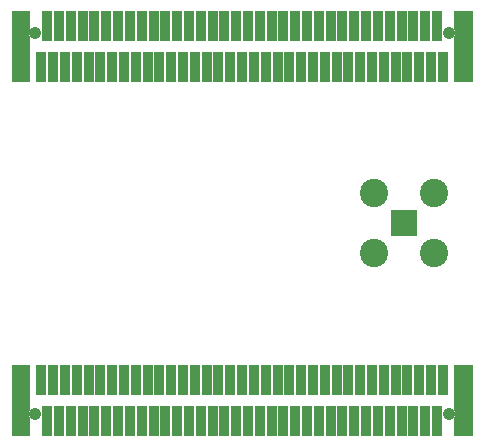
<source format=gbs>
G04*
G04 #@! TF.GenerationSoftware,Altium Limited,Altium Designer,24.6.1 (21)*
G04*
G04 Layer_Color=16711935*
%FSLAX44Y44*%
%MOMM*%
G71*
G04*
G04 #@! TF.SameCoordinates,A60324F7-5EA5-4536-B251-014C174E4282*
G04*
G04*
G04 #@! TF.FilePolarity,Negative*
G04*
G01*
G75*
%ADD21C,2.4000*%
%ADD22R,2.2000X2.2000*%
%ADD23C,1.0400*%
%ADD34R,0.8100X2.6100*%
G36*
X-195200Y-180250D02*
X-179200D01*
Y-164550D01*
X-179310Y-164430D01*
X-179390Y-164340D01*
X-179470Y-164230D01*
X-179550Y-164130D01*
X-179630Y-164030D01*
X-179700Y-163920D01*
X-179770Y-163810D01*
X-179840Y-163700D01*
X-179910Y-163590D01*
X-179970Y-163480D01*
X-180030Y-163360D01*
X-180090Y-163240D01*
X-180140Y-163120D01*
X-180190Y-163000D01*
X-180240Y-162880D01*
X-180280Y-162760D01*
X-180320Y-162640D01*
X-180360Y-162510D01*
X-180390Y-162390D01*
X-180420Y-162260D01*
X-180450Y-162130D01*
X-180480Y-162010D01*
X-180500Y-161880D01*
X-180520Y-161750D01*
X-180530Y-161620D01*
X-180540Y-161490D01*
X-180550Y-161360D01*
Y-161230D01*
Y-161100D01*
Y-161000D01*
Y-160900D01*
Y-160770D01*
Y-160640D01*
X-180540Y-160510D01*
X-180530Y-160380D01*
X-180520Y-160250D01*
X-180500Y-160120D01*
X-180480Y-159990D01*
X-180450Y-159870D01*
X-180420Y-159740D01*
X-180390Y-159610D01*
X-180360Y-159490D01*
X-180320Y-159360D01*
X-180280Y-159240D01*
X-180240Y-159120D01*
X-180190Y-159000D01*
X-180140Y-158880D01*
X-180090Y-158760D01*
X-180030Y-158640D01*
X-179970Y-158520D01*
X-179910Y-158410D01*
X-179840Y-158300D01*
X-179770Y-158190D01*
X-179700Y-158080D01*
X-179630Y-157970D01*
X-179550Y-157870D01*
X-179470Y-157770D01*
X-179390Y-157660D01*
X-179310Y-157570D01*
X-179200Y-157450D01*
Y-119750D01*
X-195200D01*
Y-180250D01*
D02*
G37*
G36*
X-179200Y157450D02*
X-179310Y157570D01*
X-179390Y157660D01*
X-179470Y157770D01*
X-179550Y157870D01*
X-179630Y157970D01*
X-179700Y158080D01*
X-179770Y158190D01*
X-179840Y158300D01*
X-179910Y158410D01*
X-179970Y158520D01*
X-180030Y158640D01*
X-180090Y158760D01*
X-180140Y158880D01*
X-180190Y159000D01*
X-180240Y159120D01*
X-180280Y159240D01*
X-180320Y159360D01*
X-180360Y159490D01*
X-180390Y159610D01*
X-180420Y159740D01*
X-180450Y159870D01*
X-180480Y159990D01*
X-180500Y160120D01*
X-180520Y160250D01*
X-180530Y160380D01*
X-180540Y160510D01*
X-180550Y160640D01*
Y160770D01*
Y160900D01*
Y161000D01*
Y161100D01*
Y161230D01*
Y161360D01*
X-180540Y161490D01*
X-180530Y161620D01*
X-180520Y161750D01*
X-180500Y161880D01*
X-180480Y162010D01*
X-180450Y162130D01*
X-180420Y162260D01*
X-180390Y162390D01*
X-180360Y162510D01*
X-180320Y162640D01*
X-180280Y162760D01*
X-180240Y162880D01*
X-180190Y163000D01*
X-180140Y163120D01*
X-180090Y163240D01*
X-180030Y163360D01*
X-179970Y163480D01*
X-179910Y163590D01*
X-179840Y163700D01*
X-179770Y163810D01*
X-179700Y163920D01*
X-179630Y164030D01*
X-179550Y164130D01*
X-179470Y164230D01*
X-179390Y164340D01*
X-179310Y164430D01*
X-179200Y164550D01*
Y180250D01*
X-195200D01*
Y119750D01*
X-179200D01*
Y157450D01*
D02*
G37*
G36*
X179200Y-157450D02*
X179310Y-157570D01*
X179390Y-157660D01*
X179470Y-157770D01*
X179550Y-157870D01*
X179630Y-157970D01*
X179700Y-158080D01*
X179770Y-158190D01*
X179840Y-158300D01*
X179910Y-158410D01*
X179970Y-158520D01*
X180030Y-158640D01*
X180090Y-158760D01*
X180140Y-158880D01*
X180190Y-159000D01*
X180240Y-159120D01*
X180280Y-159240D01*
X180320Y-159360D01*
X180360Y-159490D01*
X180390Y-159610D01*
X180420Y-159740D01*
X180450Y-159870D01*
X180480Y-159990D01*
X180500Y-160120D01*
X180520Y-160250D01*
X180530Y-160380D01*
X180540Y-160510D01*
X180550Y-160640D01*
Y-160770D01*
Y-160900D01*
Y-161000D01*
Y-161100D01*
Y-161230D01*
Y-161360D01*
X180540Y-161490D01*
X180530Y-161620D01*
X180520Y-161750D01*
X180500Y-161880D01*
X180480Y-162010D01*
X180450Y-162130D01*
X180420Y-162260D01*
X180390Y-162390D01*
X180360Y-162510D01*
X180320Y-162640D01*
X180280Y-162760D01*
X180240Y-162880D01*
X180190Y-163000D01*
X180140Y-163120D01*
X180090Y-163240D01*
X180030Y-163360D01*
X179970Y-163480D01*
X179910Y-163590D01*
X179840Y-163700D01*
X179770Y-163810D01*
X179700Y-163920D01*
X179630Y-164030D01*
X179550Y-164130D01*
X179470Y-164230D01*
X179390Y-164340D01*
X179310Y-164430D01*
X179200Y-164550D01*
Y-180250D01*
X195200D01*
Y-119750D01*
X179200D01*
Y-157450D01*
D02*
G37*
G36*
X195200Y180250D02*
X179200D01*
Y164550D01*
X179310Y164430D01*
X179390Y164340D01*
X179470Y164230D01*
X179550Y164130D01*
X179630Y164030D01*
X179700Y163920D01*
X179770Y163810D01*
X179840Y163700D01*
X179910Y163590D01*
X179970Y163480D01*
X180030Y163360D01*
X180090Y163240D01*
X180140Y163120D01*
X180190Y163000D01*
X180240Y162880D01*
X180280Y162760D01*
X180320Y162640D01*
X180360Y162510D01*
X180390Y162390D01*
X180420Y162260D01*
X180450Y162130D01*
X180480Y162010D01*
X180500Y161880D01*
X180520Y161750D01*
X180530Y161620D01*
X180540Y161490D01*
X180550Y161360D01*
Y161230D01*
Y161100D01*
Y161000D01*
Y160900D01*
Y160770D01*
Y160640D01*
X180540Y160510D01*
X180530Y160380D01*
X180520Y160250D01*
X180500Y160120D01*
X180480Y159990D01*
X180450Y159870D01*
X180420Y159740D01*
X180390Y159610D01*
X180360Y159490D01*
X180320Y159360D01*
X180280Y159240D01*
X180240Y159120D01*
X180190Y159000D01*
X180140Y158880D01*
X180090Y158760D01*
X180030Y158640D01*
X179970Y158520D01*
X179910Y158410D01*
X179840Y158300D01*
X179770Y158190D01*
X179700Y158080D01*
X179630Y157970D01*
X179550Y157870D01*
X179470Y157770D01*
X179390Y157660D01*
X179310Y157570D01*
X179200Y157450D01*
Y119750D01*
X195200D01*
Y180250D01*
D02*
G37*
D21*
X162400Y-25400D02*
D03*
X111600D02*
D03*
Y25400D02*
D03*
X162400D02*
D03*
D22*
X137000Y0D02*
D03*
D23*
X175260Y-161000D02*
D03*
X-175260D02*
D03*
Y161000D02*
D03*
X175260D02*
D03*
D34*
X170000Y-132800D02*
D03*
X165000Y-167200D02*
D03*
X160000Y-132800D02*
D03*
X155000Y-167200D02*
D03*
X150000Y-132800D02*
D03*
X145000Y-167200D02*
D03*
X140000Y-132800D02*
D03*
X135000Y-167200D02*
D03*
X130000Y-132800D02*
D03*
X125000Y-167200D02*
D03*
X120000Y-132800D02*
D03*
X115000Y-167200D02*
D03*
X110000Y-132800D02*
D03*
X105000Y-167200D02*
D03*
X100000Y-132800D02*
D03*
X95000Y-167200D02*
D03*
X90000Y-132800D02*
D03*
X85000Y-167200D02*
D03*
X80000Y-132800D02*
D03*
X75000Y-167200D02*
D03*
X70000Y-132800D02*
D03*
X65000Y-167200D02*
D03*
X60000Y-132800D02*
D03*
X55000Y-167200D02*
D03*
X50000Y-132800D02*
D03*
X45000Y-167200D02*
D03*
X40000Y-132800D02*
D03*
X35000Y-167200D02*
D03*
X30000Y-132800D02*
D03*
X25000Y-167200D02*
D03*
X20000Y-132800D02*
D03*
X15000Y-167200D02*
D03*
X10000Y-132800D02*
D03*
X5000Y-167200D02*
D03*
X0Y-132800D02*
D03*
X-5000Y-167200D02*
D03*
X-10000Y-132800D02*
D03*
X-15000Y-167200D02*
D03*
X-20000Y-132800D02*
D03*
X-25000Y-167200D02*
D03*
X-30000Y-132800D02*
D03*
X-35000Y-167200D02*
D03*
X-40000Y-132800D02*
D03*
X-45000Y-167200D02*
D03*
X-50000Y-132800D02*
D03*
X-55000Y-167200D02*
D03*
X-60000Y-132800D02*
D03*
X-65000Y-167200D02*
D03*
X-70000Y-132800D02*
D03*
X-75000Y-167200D02*
D03*
X-80000Y-132800D02*
D03*
X-85000Y-167200D02*
D03*
X-90000Y-132800D02*
D03*
X-95000Y-167200D02*
D03*
X-100000Y-132800D02*
D03*
X-105000Y-167200D02*
D03*
X-110000Y-132800D02*
D03*
X-115000Y-167200D02*
D03*
X-120000Y-132800D02*
D03*
X-125000Y-167200D02*
D03*
X-130000Y-132800D02*
D03*
X-135000Y-167200D02*
D03*
X-140000Y-132800D02*
D03*
X-145000Y-167200D02*
D03*
X-150000Y-132800D02*
D03*
X-155000Y-167200D02*
D03*
X-160000Y-132800D02*
D03*
X-165000Y-167200D02*
D03*
X-170000Y-132800D02*
D03*
Y132800D02*
D03*
X-165000Y167200D02*
D03*
X-160000Y132800D02*
D03*
X-155000Y167200D02*
D03*
X-150000Y132800D02*
D03*
X-145000Y167200D02*
D03*
X-140000Y132800D02*
D03*
X-135000Y167200D02*
D03*
X-130000Y132800D02*
D03*
X-125000Y167200D02*
D03*
X-120000Y132800D02*
D03*
X-115000Y167200D02*
D03*
X-110000Y132800D02*
D03*
X-105000Y167200D02*
D03*
X-100000Y132800D02*
D03*
X-95000Y167200D02*
D03*
X-90000Y132800D02*
D03*
X-85000Y167200D02*
D03*
X-80000Y132800D02*
D03*
X-75000Y167200D02*
D03*
X-70000Y132800D02*
D03*
X-65000Y167200D02*
D03*
X-60000Y132800D02*
D03*
X-55000Y167200D02*
D03*
X-50000Y132800D02*
D03*
X-45000Y167200D02*
D03*
X-40000Y132800D02*
D03*
X-35000Y167200D02*
D03*
X-30000Y132800D02*
D03*
X-25000Y167200D02*
D03*
X-20000Y132800D02*
D03*
X-15000Y167200D02*
D03*
X-10000Y132800D02*
D03*
X-5000Y167200D02*
D03*
X0Y132800D02*
D03*
X5000Y167200D02*
D03*
X10000Y132800D02*
D03*
X15000Y167200D02*
D03*
X20000Y132800D02*
D03*
X25000Y167200D02*
D03*
X30000Y132800D02*
D03*
X35000Y167200D02*
D03*
X40000Y132800D02*
D03*
X45000Y167200D02*
D03*
X50000Y132800D02*
D03*
X55000Y167200D02*
D03*
X60000Y132800D02*
D03*
X65000Y167200D02*
D03*
X70000Y132800D02*
D03*
X75000Y167200D02*
D03*
X80000Y132800D02*
D03*
X85000Y167200D02*
D03*
X90000Y132800D02*
D03*
X95000Y167200D02*
D03*
X100000Y132800D02*
D03*
X105000Y167200D02*
D03*
X110000Y132800D02*
D03*
X115000Y167200D02*
D03*
X120000Y132800D02*
D03*
X125000Y167200D02*
D03*
X130000Y132800D02*
D03*
X135000Y167200D02*
D03*
X140000Y132800D02*
D03*
X145000Y167200D02*
D03*
X150000Y132800D02*
D03*
X155000Y167200D02*
D03*
X160000Y132800D02*
D03*
X165000Y167200D02*
D03*
X170000Y132800D02*
D03*
M02*

</source>
